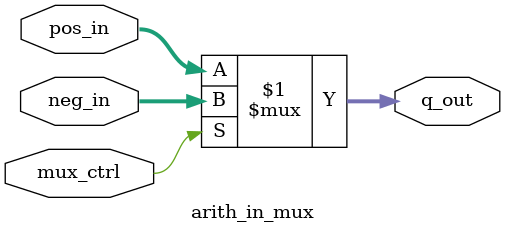
<source format=v>
module arith_in_mux (pos_in, neg_in, q_out, mux_ctrl);
// signals for connecting to the Avalon fabric

parameter WIDTH = 30;
input mux_ctrl;
input [WIDTH-1:0] pos_in, neg_in;
output [WIDTH-1:0] q_out;


assign q_out = mux_ctrl ? neg_in[WIDTH-1:0] : pos_in[WIDTH-1:0];

endmodule
</source>
